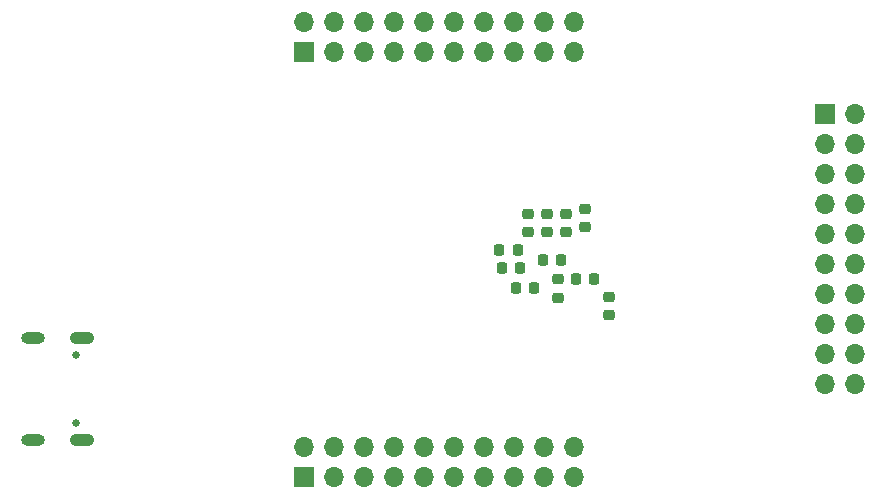
<source format=gbr>
%TF.GenerationSoftware,KiCad,Pcbnew,(6.0.0)*%
%TF.CreationDate,2022-08-04T21:46:01+02:00*%
%TF.ProjectId,TINY-FPGA-BOARD,54494e59-2d46-4504-9741-2d424f415244,rev?*%
%TF.SameCoordinates,Original*%
%TF.FileFunction,Soldermask,Bot*%
%TF.FilePolarity,Negative*%
%FSLAX46Y46*%
G04 Gerber Fmt 4.6, Leading zero omitted, Abs format (unit mm)*
G04 Created by KiCad (PCBNEW (6.0.0)) date 2022-08-04 21:46:01*
%MOMM*%
%LPD*%
G01*
G04 APERTURE LIST*
G04 Aperture macros list*
%AMRoundRect*
0 Rectangle with rounded corners*
0 $1 Rounding radius*
0 $2 $3 $4 $5 $6 $7 $8 $9 X,Y pos of 4 corners*
0 Add a 4 corners polygon primitive as box body*
4,1,4,$2,$3,$4,$5,$6,$7,$8,$9,$2,$3,0*
0 Add four circle primitives for the rounded corners*
1,1,$1+$1,$2,$3*
1,1,$1+$1,$4,$5*
1,1,$1+$1,$6,$7*
1,1,$1+$1,$8,$9*
0 Add four rect primitives between the rounded corners*
20,1,$1+$1,$2,$3,$4,$5,0*
20,1,$1+$1,$4,$5,$6,$7,0*
20,1,$1+$1,$6,$7,$8,$9,0*
20,1,$1+$1,$8,$9,$2,$3,0*%
G04 Aperture macros list end*
%ADD10C,0.650000*%
%ADD11O,2.000000X1.000000*%
%ADD12O,2.100000X1.050000*%
%ADD13R,1.700000X1.700000*%
%ADD14O,1.700000X1.700000*%
%ADD15RoundRect,0.225000X0.225000X0.250000X-0.225000X0.250000X-0.225000X-0.250000X0.225000X-0.250000X0*%
%ADD16RoundRect,0.225000X-0.250000X0.225000X-0.250000X-0.225000X0.250000X-0.225000X0.250000X0.225000X0*%
%ADD17RoundRect,0.225000X0.250000X-0.225000X0.250000X0.225000X-0.250000X0.225000X-0.250000X-0.225000X0*%
%ADD18RoundRect,0.225000X-0.225000X-0.250000X0.225000X-0.250000X0.225000X0.250000X-0.225000X0.250000X0*%
G04 APERTURE END LIST*
D10*
%TO.C,J1*%
X75315000Y-100447500D03*
X75315000Y-106227500D03*
D11*
X71635000Y-99017500D03*
X71635000Y-107657500D03*
D12*
X75815000Y-99017500D03*
X75815000Y-107657500D03*
%TD*%
D13*
%TO.C,J3*%
X138725000Y-80075000D03*
D14*
X141265000Y-80075000D03*
X138725000Y-82615000D03*
X141265000Y-82615000D03*
X138725000Y-85155000D03*
X141265000Y-85155000D03*
X138725000Y-87695000D03*
X141265000Y-87695000D03*
X138725000Y-90235000D03*
X141265000Y-90235000D03*
X138725000Y-92775000D03*
X141265000Y-92775000D03*
X138725000Y-95315000D03*
X141265000Y-95315000D03*
X138725000Y-97855000D03*
X141265000Y-97855000D03*
X138725000Y-100395000D03*
X141265000Y-100395000D03*
X138725000Y-102935000D03*
X141265000Y-102935000D03*
%TD*%
D13*
%TO.C,J4*%
X94575000Y-74775000D03*
D14*
X94575000Y-72235000D03*
X97115000Y-74775000D03*
X97115000Y-72235000D03*
X99655000Y-74775000D03*
X99655000Y-72235000D03*
X102195000Y-74775000D03*
X102195000Y-72235000D03*
X104735000Y-74775000D03*
X104735000Y-72235000D03*
X107275000Y-74775000D03*
X107275000Y-72235000D03*
X109815000Y-74775000D03*
X109815000Y-72235000D03*
X112355000Y-74775000D03*
X112355000Y-72235000D03*
X114895000Y-74775000D03*
X114895000Y-72235000D03*
X117435000Y-74775000D03*
X117435000Y-72235000D03*
%TD*%
D13*
%TO.C,J5*%
X94575000Y-110775000D03*
D14*
X94575000Y-108235000D03*
X97115000Y-110775000D03*
X97115000Y-108235000D03*
X99655000Y-110775000D03*
X99655000Y-108235000D03*
X102195000Y-110775000D03*
X102195000Y-108235000D03*
X104735000Y-110775000D03*
X104735000Y-108235000D03*
X107275000Y-110775000D03*
X107275000Y-108235000D03*
X109815000Y-110775000D03*
X109815000Y-108235000D03*
X112355000Y-110775000D03*
X112355000Y-108235000D03*
X114895000Y-110775000D03*
X114895000Y-108235000D03*
X117435000Y-110775000D03*
X117435000Y-108235000D03*
%TD*%
D15*
%TO.C,C44*%
X112875000Y-93100000D03*
X111325000Y-93100000D03*
%TD*%
D16*
%TO.C,C43*%
X116100000Y-94025000D03*
X116100000Y-95575000D03*
%TD*%
D15*
%TO.C,C3*%
X114075000Y-94800000D03*
X112525000Y-94800000D03*
%TD*%
%TO.C,C41*%
X116375000Y-92400000D03*
X114825000Y-92400000D03*
%TD*%
%TO.C,C45*%
X112675000Y-91550000D03*
X111125000Y-91550000D03*
%TD*%
D17*
%TO.C,C11*%
X120450000Y-97075000D03*
X120450000Y-95525000D03*
%TD*%
D18*
%TO.C,C8*%
X117625000Y-94000000D03*
X119175000Y-94000000D03*
%TD*%
D17*
%TO.C,C6*%
X113550000Y-90025000D03*
X113550000Y-88475000D03*
%TD*%
%TO.C,C10*%
X116750000Y-90025000D03*
X116750000Y-88475000D03*
%TD*%
%TO.C,C39*%
X115150000Y-90025000D03*
X115150000Y-88475000D03*
%TD*%
%TO.C,C9*%
X118350000Y-89600000D03*
X118350000Y-88050000D03*
%TD*%
M02*

</source>
